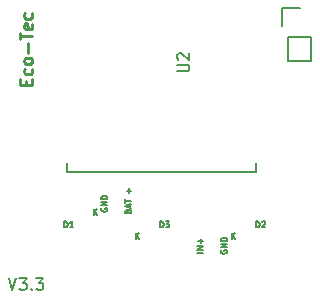
<source format=gbr>
G04 #@! TF.FileFunction,Legend,Top*
%FSLAX46Y46*%
G04 Gerber Fmt 4.6, Leading zero omitted, Abs format (unit mm)*
G04 Created by KiCad (PCBNEW 4.0.5+dfsg1-4) date Fri Oct 13 23:10:58 2017*
%MOMM*%
%LPD*%
G01*
G04 APERTURE LIST*
%ADD10C,0.100000*%
%ADD11C,0.254000*%
%ADD12C,0.150000*%
%ADD13C,0.152400*%
%ADD14C,0.127000*%
G04 APERTURE END LIST*
D10*
D11*
X51756129Y-34368618D02*
X51756129Y-34029952D01*
X52288319Y-33884809D02*
X52288319Y-34368618D01*
X51272319Y-34368618D01*
X51272319Y-33884809D01*
X52239938Y-33013952D02*
X52288319Y-33110714D01*
X52288319Y-33304237D01*
X52239938Y-33400999D01*
X52191557Y-33449380D01*
X52094795Y-33497761D01*
X51804510Y-33497761D01*
X51707748Y-33449380D01*
X51659367Y-33400999D01*
X51610986Y-33304237D01*
X51610986Y-33110714D01*
X51659367Y-33013952D01*
X52288319Y-32433380D02*
X52239938Y-32530142D01*
X52191557Y-32578523D01*
X52094795Y-32626904D01*
X51804510Y-32626904D01*
X51707748Y-32578523D01*
X51659367Y-32530142D01*
X51610986Y-32433380D01*
X51610986Y-32288238D01*
X51659367Y-32191476D01*
X51707748Y-32143095D01*
X51804510Y-32094714D01*
X52094795Y-32094714D01*
X52191557Y-32143095D01*
X52239938Y-32191476D01*
X52288319Y-32288238D01*
X52288319Y-32433380D01*
X51901271Y-31659285D02*
X51901271Y-30885190D01*
X51272319Y-30546523D02*
X51272319Y-29965952D01*
X52288319Y-30256237D02*
X51272319Y-30256237D01*
X52239938Y-29240238D02*
X52288319Y-29337000D01*
X52288319Y-29530523D01*
X52239938Y-29627285D01*
X52143176Y-29675666D01*
X51756129Y-29675666D01*
X51659367Y-29627285D01*
X51610986Y-29530523D01*
X51610986Y-29337000D01*
X51659367Y-29240238D01*
X51756129Y-29191857D01*
X51852890Y-29191857D01*
X51949652Y-29675666D01*
X52239938Y-28321000D02*
X52288319Y-28417762D01*
X52288319Y-28611285D01*
X52239938Y-28708047D01*
X52191557Y-28756428D01*
X52094795Y-28804809D01*
X51804510Y-28804809D01*
X51707748Y-28756428D01*
X51659367Y-28708047D01*
X51610986Y-28611285D01*
X51610986Y-28417762D01*
X51659367Y-28321000D01*
D12*
X73930000Y-30369000D02*
X75930000Y-30369000D01*
X75930000Y-30369000D02*
X75930000Y-32369000D01*
X75930000Y-32369000D02*
X73930000Y-32369000D01*
X73930000Y-32369000D02*
X73930000Y-30369000D01*
X73430000Y-29369000D02*
X73430000Y-27869000D01*
X73430000Y-27869000D02*
X74930000Y-27869000D01*
D13*
X55224000Y-41007000D02*
X55224000Y-41769000D01*
X55224000Y-41769000D02*
X71226000Y-41769000D01*
X71226000Y-41769000D02*
X71226000Y-41007000D01*
D14*
X66745810Y-48586571D02*
X66237810Y-48586571D01*
X66745810Y-48344666D02*
X66237810Y-48344666D01*
X66745810Y-48054380D01*
X66237810Y-48054380D01*
X66552286Y-47812476D02*
X66552286Y-47425428D01*
X66745810Y-47618952D02*
X66358762Y-47618952D01*
X68294000Y-48393047D02*
X68269810Y-48441428D01*
X68269810Y-48514000D01*
X68294000Y-48586571D01*
X68342381Y-48634952D01*
X68390762Y-48659143D01*
X68487524Y-48683333D01*
X68560095Y-48683333D01*
X68656857Y-48659143D01*
X68705238Y-48634952D01*
X68753619Y-48586571D01*
X68777810Y-48514000D01*
X68777810Y-48465619D01*
X68753619Y-48393047D01*
X68729429Y-48368857D01*
X68560095Y-48368857D01*
X68560095Y-48465619D01*
X68777810Y-48151143D02*
X68269810Y-48151143D01*
X68777810Y-47860857D01*
X68269810Y-47860857D01*
X68777810Y-47618953D02*
X68269810Y-47618953D01*
X68269810Y-47498000D01*
X68294000Y-47425429D01*
X68342381Y-47377048D01*
X68390762Y-47352857D01*
X68487524Y-47328667D01*
X68560095Y-47328667D01*
X68656857Y-47352857D01*
X68705238Y-47377048D01*
X68753619Y-47425429D01*
X68777810Y-47498000D01*
X68777810Y-47618953D01*
X68294000Y-48393047D02*
X68269810Y-48441428D01*
X68269810Y-48514000D01*
X68294000Y-48586571D01*
X68342381Y-48634952D01*
X68390762Y-48659143D01*
X68487524Y-48683333D01*
X68560095Y-48683333D01*
X68656857Y-48659143D01*
X68705238Y-48634952D01*
X68753619Y-48586571D01*
X68777810Y-48514000D01*
X68777810Y-48465619D01*
X68753619Y-48393047D01*
X68729429Y-48368857D01*
X68560095Y-48368857D01*
X68560095Y-48465619D01*
X68777810Y-48151143D02*
X68269810Y-48151143D01*
X68777810Y-47860857D01*
X68269810Y-47860857D01*
X68777810Y-47618953D02*
X68269810Y-47618953D01*
X68269810Y-47498000D01*
X68294000Y-47425429D01*
X68342381Y-47377048D01*
X68390762Y-47352857D01*
X68487524Y-47328667D01*
X68560095Y-47328667D01*
X68656857Y-47352857D01*
X68705238Y-47377048D01*
X68753619Y-47425429D01*
X68777810Y-47498000D01*
X68777810Y-47618953D01*
X54997047Y-46457810D02*
X54997047Y-45949810D01*
X55118000Y-45949810D01*
X55190571Y-45974000D01*
X55238952Y-46022381D01*
X55263143Y-46070762D01*
X55287333Y-46167524D01*
X55287333Y-46240095D01*
X55263143Y-46336857D01*
X55238952Y-46385238D01*
X55190571Y-46433619D01*
X55118000Y-46457810D01*
X54997047Y-46457810D01*
X55771143Y-46457810D02*
X55480857Y-46457810D01*
X55626000Y-46457810D02*
X55626000Y-45949810D01*
X55577619Y-46022381D01*
X55529238Y-46070762D01*
X55480857Y-46094952D01*
X57524952Y-45441810D02*
X57524952Y-44933810D01*
X57815238Y-45441810D02*
X57597524Y-45151524D01*
X57815238Y-44933810D02*
X57524952Y-45224095D01*
X71253047Y-46457810D02*
X71253047Y-45949810D01*
X71374000Y-45949810D01*
X71446571Y-45974000D01*
X71494952Y-46022381D01*
X71519143Y-46070762D01*
X71543333Y-46167524D01*
X71543333Y-46240095D01*
X71519143Y-46336857D01*
X71494952Y-46385238D01*
X71446571Y-46433619D01*
X71374000Y-46457810D01*
X71253047Y-46457810D01*
X71736857Y-45998190D02*
X71761047Y-45974000D01*
X71809428Y-45949810D01*
X71930381Y-45949810D01*
X71978762Y-45974000D01*
X72002952Y-45998190D01*
X72027143Y-46046571D01*
X72027143Y-46094952D01*
X72002952Y-46167524D01*
X71712666Y-46457810D01*
X72027143Y-46457810D01*
X69208952Y-47473810D02*
X69208952Y-46965810D01*
X69499238Y-47473810D02*
X69281524Y-47183524D01*
X69499238Y-46965810D02*
X69208952Y-47256095D01*
X63125047Y-46457810D02*
X63125047Y-45949810D01*
X63246000Y-45949810D01*
X63318571Y-45974000D01*
X63366952Y-46022381D01*
X63391143Y-46070762D01*
X63415333Y-46167524D01*
X63415333Y-46240095D01*
X63391143Y-46336857D01*
X63366952Y-46385238D01*
X63318571Y-46433619D01*
X63246000Y-46457810D01*
X63125047Y-46457810D01*
X63584666Y-45949810D02*
X63899143Y-45949810D01*
X63729809Y-46143333D01*
X63802381Y-46143333D01*
X63850762Y-46167524D01*
X63874952Y-46191714D01*
X63899143Y-46240095D01*
X63899143Y-46361048D01*
X63874952Y-46409429D01*
X63850762Y-46433619D01*
X63802381Y-46457810D01*
X63657238Y-46457810D01*
X63608857Y-46433619D01*
X63584666Y-46409429D01*
X61080952Y-47473810D02*
X61080952Y-46965810D01*
X61371238Y-47473810D02*
X61153524Y-47183524D01*
X61371238Y-46965810D02*
X61080952Y-47256095D01*
X60415714Y-45078952D02*
X60439905Y-45006381D01*
X60464095Y-44982190D01*
X60512476Y-44958000D01*
X60585048Y-44958000D01*
X60633429Y-44982190D01*
X60657619Y-45006381D01*
X60681810Y-45054762D01*
X60681810Y-45248286D01*
X60173810Y-45248286D01*
X60173810Y-45078952D01*
X60198000Y-45030571D01*
X60222190Y-45006381D01*
X60270571Y-44982190D01*
X60318952Y-44982190D01*
X60367333Y-45006381D01*
X60391524Y-45030571D01*
X60415714Y-45078952D01*
X60415714Y-45248286D01*
X60536667Y-44764476D02*
X60536667Y-44522571D01*
X60681810Y-44812857D02*
X60173810Y-44643524D01*
X60681810Y-44474190D01*
X60173810Y-44377428D02*
X60173810Y-44087142D01*
X60681810Y-44232285D02*
X60173810Y-44232285D01*
X60488286Y-43530761D02*
X60488286Y-43143713D01*
X60681810Y-43337237D02*
X60294762Y-43337237D01*
X58166000Y-44837047D02*
X58141810Y-44885428D01*
X58141810Y-44958000D01*
X58166000Y-45030571D01*
X58214381Y-45078952D01*
X58262762Y-45103143D01*
X58359524Y-45127333D01*
X58432095Y-45127333D01*
X58528857Y-45103143D01*
X58577238Y-45078952D01*
X58625619Y-45030571D01*
X58649810Y-44958000D01*
X58649810Y-44909619D01*
X58625619Y-44837047D01*
X58601429Y-44812857D01*
X58432095Y-44812857D01*
X58432095Y-44909619D01*
X58649810Y-44595143D02*
X58141810Y-44595143D01*
X58649810Y-44304857D01*
X58141810Y-44304857D01*
X58649810Y-44062953D02*
X58141810Y-44062953D01*
X58141810Y-43942000D01*
X58166000Y-43869429D01*
X58214381Y-43821048D01*
X58262762Y-43796857D01*
X58359524Y-43772667D01*
X58432095Y-43772667D01*
X58528857Y-43796857D01*
X58577238Y-43821048D01*
X58625619Y-43869429D01*
X58649810Y-43942000D01*
X58649810Y-44062953D01*
D12*
X50292191Y-50760381D02*
X50625524Y-51760381D01*
X50958858Y-50760381D01*
X51196953Y-50760381D02*
X51816001Y-50760381D01*
X51482667Y-51141333D01*
X51625525Y-51141333D01*
X51720763Y-51188952D01*
X51768382Y-51236571D01*
X51816001Y-51331810D01*
X51816001Y-51569905D01*
X51768382Y-51665143D01*
X51720763Y-51712762D01*
X51625525Y-51760381D01*
X51339810Y-51760381D01*
X51244572Y-51712762D01*
X51196953Y-51665143D01*
X52244572Y-51665143D02*
X52292191Y-51712762D01*
X52244572Y-51760381D01*
X52196953Y-51712762D01*
X52244572Y-51665143D01*
X52244572Y-51760381D01*
X52625524Y-50760381D02*
X53244572Y-50760381D01*
X52911238Y-51141333D01*
X53054096Y-51141333D01*
X53149334Y-51188952D01*
X53196953Y-51236571D01*
X53244572Y-51331810D01*
X53244572Y-51569905D01*
X53196953Y-51665143D01*
X53149334Y-51712762D01*
X53054096Y-51760381D01*
X52768381Y-51760381D01*
X52673143Y-51712762D01*
X52625524Y-51665143D01*
X64582381Y-33259905D02*
X65391905Y-33259905D01*
X65487143Y-33212286D01*
X65534762Y-33164667D01*
X65582381Y-33069429D01*
X65582381Y-32878952D01*
X65534762Y-32783714D01*
X65487143Y-32736095D01*
X65391905Y-32688476D01*
X64582381Y-32688476D01*
X64677619Y-32259905D02*
X64630000Y-32212286D01*
X64582381Y-32117048D01*
X64582381Y-31878952D01*
X64630000Y-31783714D01*
X64677619Y-31736095D01*
X64772857Y-31688476D01*
X64868095Y-31688476D01*
X65010952Y-31736095D01*
X65582381Y-32307524D01*
X65582381Y-31688476D01*
M02*

</source>
